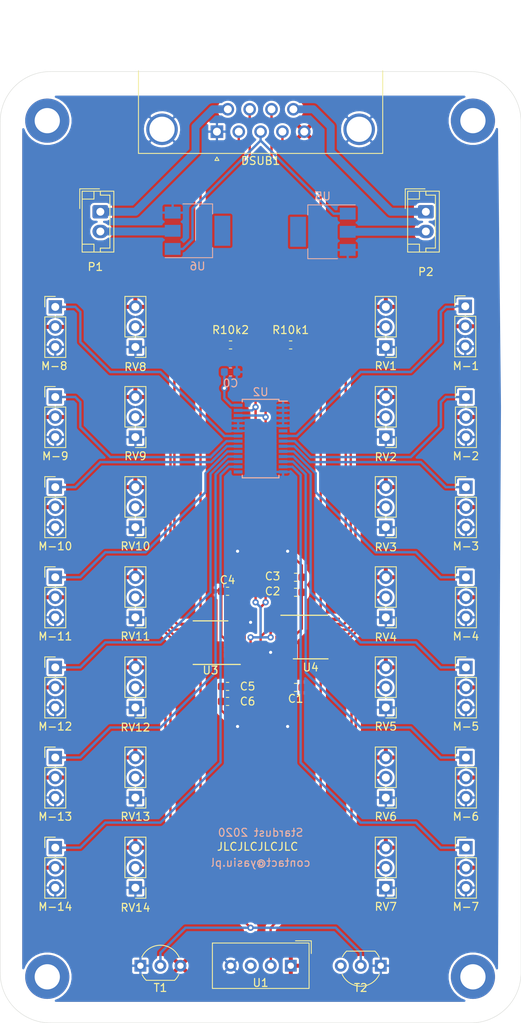
<source format=kicad_pcb>
(kicad_pcb (version 20171130) (host pcbnew 5.1.5)
  (title_block (title "Mechanical Compartment PCB") (date "27 April 2020") (rev 1.0) (company "Stardust BEXUS"))
  (layers (0 F.Cu signal) (31 B.Cu signal) (34 B.Paste user) (35 F.Paste user) (36 B.SilkS user) (37 F.SilkS user) (38 B.Mask user) (39 F.Mask user) (44 Edge.Cuts user))
  (net 0 "")
  (net 1 +5V)
  (net 2 GND)
  (net 3 I2C-SDA)
  (net 4 I2C-SCL)
  (net 5 1Wire)
  (net 6 DHT22)
  (net 7 "Net-(M-1-Pad1)")
  (net 8 "Net-(M-2-Pad1)")
  (net 9 "Net-(M-3-Pad1)")
  (net 10 "Net-(M-4-Pad1)")
  (net 11 "Net-(M-5-Pad1)")
  (net 12 "Net-(M-6-Pad1)")
  (net 13 "Net-(M-7-Pad1)")
  (net 14 "Net-(M-8-Pad1)")
  (net 15 "Net-(M-9-Pad1)")
  (net 16 "Net-(M-10-Pad1)")
  (net 17 "Net-(M-11-Pad1)")
  (net 18 "Net-(M-12-Pad1)")
  (net 19 "Net-(M-13-Pad1)")
  (net 20 "Net-(M-14-Pad1)")
  (net 21 "Net-(RV1-Pad2)")
  (net 22 "Net-(RV2-Pad2)")
  (net 23 "Net-(RV3-Pad2)")
  (net 24 "Net-(RV4-Pad2)")
  (net 25 "Net-(RV5-Pad2)")
  (net 26 "Net-(RV6-Pad2)")
  (net 27 "Net-(RV7-Pad2)")
  (net 28 "Net-(RV8-Pad2)")
  (net 29 "Net-(RV9-Pad2)")
  (net 30 "Net-(RV10-Pad2)")
  (net 31 "Net-(RV11-Pad2)")
  (net 32 "Net-(RV12-Pad2)")
  (net 33 "Net-(RV13-Pad2)")
  (net 34 "Net-(RV14-Pad2)")
  (net 35 +12V)
  (net 36 Pump)
  (net 37 "Net-(P1-Pad2)")
  (net 38 "Net-(P2-Pad2)")
  (net 39 "Net-(T2-Pad3)")
  (net 40 "Net-(U1-Pad3)")
  (net 41 "Net-(U2-Pad15)")
  (net 42 "Net-(U2-Pad6)")
  (net 43 "Net-(U3-Pad6)")
  (net 44 "Net-(U3-Pad16)")
  (net 45 "Net-(U4-Pad6)")
  (net 46 "Net-(U4-Pad16)")
  (module Package_TO_SOT_SMD:SOT-223 (layer B.Cu) (at 109.499 115.57 180)
    (fp_text reference U5 (at 0 4.5) (layer B.SilkS) (effects (justify mirror)))
    (fp_text value IRFL210)
    (pad 1 smd rect (at -3.15 2.3 180) (size 2 1.5) (layers B.Cu B.Paste B.Mask) (net 36 Pump))
    (pad 3 smd rect (at -3.15 -2.3 180) (size 2 1.5) (layers B.Cu B.Paste B.Mask) (net 2 GND))
    (pad 2 smd rect (at -3.15 0 180) (size 2 1.5) (layers B.Cu B.Paste B.Mask) (net 38 "Net-(P2-Pad2)"))
    (pad 4 smd rect (at 3.15 0 180) (size 2 3.8) (layers B.Cu B.Paste B.Mask))
  )
  (module Package_TO_SOT_SMD:SOT-223 (layer B.Cu) (at 93.599 115.443)
    (fp_text reference U6 (at 0 4.5) (layer B.SilkS) (effects (justify mirror)))
    (fp_text value IRFL210)
    (pad 1 smd rect (at -3.15 2.3) (size 2 1.5) (layers B.Cu B.Paste B.Mask) (net 36 Pump))
    (pad 3 smd rect (at -3.15 -2.3) (size 2 1.5) (layers B.Cu B.Paste B.Mask) (net 2 GND))
    (pad 2 smd rect (at -3.15 0) (size 2 1.5) (layers B.Cu B.Paste B.Mask) (net 37 "Net-(P1-Pad2)"))
    (pad 4 smd rect (at 3.15 0) (size 2 3.8) (layers B.Cu B.Paste B.Mask))
  )
  (module MountingHole:MountingHole_3.2mm_M3_DIN965_Pad (layer F.Cu) (at 74.549 101.473)
    (fp_text reference " " (at 0 -3.8) (layer F.SilkS))
    (fp_text value MountingHole_3.2mm_M3_DIN965_Pad hide)
    (pad 1 thru_hole circle (at 0 0) (size 5.6 5.6) (drill 3.2) (layers *.Cu *.Mask))
  )
  (module MountingHole:MountingHole_3.2mm_M3_DIN965_Pad (layer F.Cu) (at 74.549 210.058)
    (fp_text reference " " (at 0 -3.8) (layer F.SilkS))
    (fp_text value MountingHole_3.2mm_M3_DIN965_Pad hide)
    (pad 1 thru_hole circle (at 0 0) (size 5.6 5.6) (drill 3.2) (layers *.Cu *.Mask))
  )
  (module MountingHole:MountingHole_3.2mm_M3_DIN965_Pad (layer F.Cu) (at 128.524 210.058)
    (fp_text reference " " (at 0 -3.8) (layer F.SilkS))
    (fp_text value MountingHole_3.2mm_M3_DIN965_Pad hide)
    (pad 1 thru_hole circle (at 0 0) (size 5.6 5.6) (drill 3.2) (layers *.Cu *.Mask))
  )
  (module MountingHole:MountingHole_3.2mm_M3_DIN965_Pad (layer F.Cu) (at 128.524 101.473)
    (fp_text reference " " (at 0 -3.8) (layer F.SilkS))
    (fp_text value MountingHole_3.2mm_M3_DIN965_Pad hide)
    (pad 1 thru_hole circle (at 0 0) (size 5.6 5.6) (drill 3.2) (layers *.Cu *.Mask))
  )
  (module Resistor_SMD:R_0603_1608Metric (layer F.Cu) (at 97.409 161.163)
    (fp_text reference C4 (at 0 -1.43) (layer F.SilkS))
    (fp_text value C100nF)
    (pad 2 smd roundrect (at 0.7875 0) (size 0.875 0.95) (layers F.Cu F.Paste F.Mask) (net 2 GND))
    (pad 1 smd roundrect (at -0.7875 0) (size 0.875 0.95) (layers F.Cu F.Paste F.Mask) (net 1 +5V))
  )
  (module Resistor_SMD:R_0603_1608Metric (layer F.Cu) (at 106.045 173.355 180)
    (fp_text reference C1 (at 0 -1.43) (layer F.SilkS))
    (fp_text value C100nF)
    (pad 2 smd roundrect (at 0.7875 0 180) (size 0.875 0.95) (layers F.Cu F.Paste F.Mask) (net 2 GND))
    (pad 1 smd roundrect (at -0.7875 0 180) (size 0.875 0.95) (layers F.Cu F.Paste F.Mask) (net 1 +5V))
  )
  (module Resistor_SMD:R_0603_1608Metric (layer F.Cu) (at 106.045 161.29)
    (fp_text reference C2 (at -2.921 -0.127) (layer F.SilkS))
    (fp_text value 10nF)
    (pad 1 smd roundrect (at -0.7875 0) (size 0.875 0.95) (layers F.Cu F.Paste F.Mask) (net 1 +5V))
    (pad 2 smd roundrect (at 0.7875 0) (size 0.875 0.95) (layers F.Cu F.Paste F.Mask) (net 2 GND))
  )
  (module Resistor_SMD:R_0603_1608Metric (layer F.Cu) (at 106.045 159.385)
    (fp_text reference C3 (at -2.921 -0.127) (layer F.SilkS))
    (fp_text value 100nF)
    (pad 1 smd roundrect (at -0.7875 0) (size 0.875 0.95) (layers F.Cu F.Paste F.Mask) (net 1 +5V))
    (pad 2 smd roundrect (at 0.7875 0) (size 0.875 0.95) (layers F.Cu F.Paste F.Mask) (net 2 GND))
  )
  (module Resistor_SMD:R_0603_1608Metric (layer F.Cu) (at 97.409 175.133 180)
    (fp_text reference C6 (at -2.54 0) (layer F.SilkS))
    (fp_text value C100nF)
    (pad 2 smd roundrect (at 0.7875 0 180) (size 0.875 0.95) (layers F.Cu F.Paste F.Mask) (net 2 GND))
    (pad 1 smd roundrect (at -0.7875 0 180) (size 0.875 0.95) (layers F.Cu F.Paste F.Mask) (net 1 +5V))
  )
  (module Resistor_SMD:R_0603_1608Metric (layer F.Cu) (at 97.409 173.228 180)
    (fp_text reference C5 (at -2.54 0 180) (layer F.SilkS))
    (fp_text value C10nF)
    (pad 2 smd roundrect (at 0.7875 0 180) (size 0.875 0.95) (layers F.Cu F.Paste F.Mask) (net 2 GND))
    (pad 1 smd roundrect (at -0.7875 0 180) (size 0.875 0.95) (layers F.Cu F.Paste F.Mask) (net 1 +5V))
  )
  (module Resistor_SMD:R_0603_1608Metric (layer B.Cu) (at 97.79 133.35)
    (fp_text reference C0 (at 0 1.43) (layer B.SilkS) (effects (justify mirror)))
    (fp_text value C100nF)
    (pad 1 smd roundrect (at -0.7875 0) (size 0.875 0.95) (layers B.Cu B.Paste B.Mask) (net 1 +5V))
    (pad 2 smd roundrect (at 0.7875 0) (size 0.875 0.95) (layers B.Cu B.Paste B.Mask) (net 2 GND))
  )
  (module Package_SO:TSSOP-16_4.4x5mm_P0.65mm (layer F.Cu) (at 107.95 167.005)
    (fp_text reference U4 (at 0 3.81) (layer F.SilkS))
    (fp_text value ADC128D818)
    (pad 1 smd rect (at -2.95 -2.275) (size 1.5 0.45) (layers F.Cu F.Paste F.Mask) (net 1 +5V))
    (pad 2 smd rect (at -2.95 -1.625) (size 1.5 0.45) (layers F.Cu F.Paste F.Mask) (net 4 I2C-SCL))
    (pad 3 smd rect (at -2.95 -0.975) (size 1.5 0.45) (layers F.Cu F.Paste F.Mask) (net 3 I2C-SDA))
    (pad 4 smd rect (at -2.95 -0.325) (size 1.5 0.45) (layers F.Cu F.Paste F.Mask) (net 2 GND))
    (pad 5 smd rect (at -2.95 0.325) (size 1.5 0.45) (layers F.Cu F.Paste F.Mask) (net 1 +5V))
    (pad 6 smd rect (at -2.95 0.975) (size 1.5 0.45) (layers F.Cu F.Paste F.Mask) (net 45 "Net-(U4-Pad6)"))
    (pad 7 smd rect (at -2.95 1.625) (size 1.5 0.45) (layers F.Cu F.Paste F.Mask) (net 1 +5V))
    (pad 8 smd rect (at -2.95 2.275) (size 1.5 0.45) (layers F.Cu F.Paste F.Mask) (net 1 +5V))
    (pad 9 smd rect (at 2.95 2.275) (size 1.5 0.45) (layers F.Cu F.Paste F.Mask) (net 27 "Net-(RV7-Pad2)"))
    (pad 10 smd rect (at 2.95 1.625) (size 1.5 0.45) (layers F.Cu F.Paste F.Mask) (net 26 "Net-(RV6-Pad2)"))
    (pad 11 smd rect (at 2.95 0.975) (size 1.5 0.45) (layers F.Cu F.Paste F.Mask) (net 25 "Net-(RV5-Pad2)"))
    (pad 12 smd rect (at 2.95 0.325) (size 1.5 0.45) (layers F.Cu F.Paste F.Mask) (net 24 "Net-(RV4-Pad2)"))
    (pad 13 smd rect (at 2.95 -0.325) (size 1.5 0.45) (layers F.Cu F.Paste F.Mask) (net 23 "Net-(RV3-Pad2)"))
    (pad 14 smd rect (at 2.95 -0.975) (size 1.5 0.45) (layers F.Cu F.Paste F.Mask) (net 22 "Net-(RV2-Pad2)"))
    (pad 15 smd rect (at 2.95 -1.625) (size 1.5 0.45) (layers F.Cu F.Paste F.Mask) (net 21 "Net-(RV1-Pad2)"))
    (pad 16 smd rect (at 2.95 -2.275) (size 1.5 0.45) (layers F.Cu F.Paste F.Mask) (net 46 "Net-(U4-Pad16)"))
  )
  (module Package_SO:TSSOP-16_4.4x5mm_P0.65mm (layer F.Cu) (at 95.25 167.64 180)
    (fp_text reference U3 (at 0 -3.55) (layer F.SilkS))
    (fp_text value ADC128D818)
    (pad 1 smd rect (at -2.95 -2.275 180) (size 1.5 0.45) (layers F.Cu F.Paste F.Mask) (net 1 +5V))
    (pad 2 smd rect (at -2.95 -1.625 180) (size 1.5 0.45) (layers F.Cu F.Paste F.Mask) (net 4 I2C-SCL))
    (pad 3 smd rect (at -2.95 -0.975 180) (size 1.5 0.45) (layers F.Cu F.Paste F.Mask) (net 3 I2C-SDA))
    (pad 4 smd rect (at -2.95 -0.325 180) (size 1.5 0.45) (layers F.Cu F.Paste F.Mask) (net 2 GND))
    (pad 5 smd rect (at -2.95 0.325 180) (size 1.5 0.45) (layers F.Cu F.Paste F.Mask) (net 1 +5V))
    (pad 6 smd rect (at -2.95 0.975 180) (size 1.5 0.45) (layers F.Cu F.Paste F.Mask) (net 43 "Net-(U3-Pad6)"))
    (pad 7 smd rect (at -2.95 1.625 180) (size 1.5 0.45) (layers F.Cu F.Paste F.Mask) (net 2 GND))
    (pad 8 smd rect (at -2.95 2.275 180) (size 1.5 0.45) (layers F.Cu F.Paste F.Mask) (net 2 GND))
    (pad 9 smd rect (at 2.95 2.275 180) (size 1.5 0.45) (layers F.Cu F.Paste F.Mask) (net 28 "Net-(RV8-Pad2)"))
    (pad 10 smd rect (at 2.95 1.625 180) (size 1.5 0.45) (layers F.Cu F.Paste F.Mask) (net 29 "Net-(RV9-Pad2)"))
    (pad 11 smd rect (at 2.95 0.975 180) (size 1.5 0.45) (layers F.Cu F.Paste F.Mask) (net 30 "Net-(RV10-Pad2)"))
    (pad 12 smd rect (at 2.95 0.325 180) (size 1.5 0.45) (layers F.Cu F.Paste F.Mask) (net 31 "Net-(RV11-Pad2)"))
    (pad 13 smd rect (at 2.95 -0.325 180) (size 1.5 0.45) (layers F.Cu F.Paste F.Mask) (net 32 "Net-(RV12-Pad2)"))
    (pad 14 smd rect (at 2.95 -0.975 180) (size 1.5 0.45) (layers F.Cu F.Paste F.Mask) (net 33 "Net-(RV13-Pad2)"))
    (pad 15 smd rect (at 2.95 -1.625 180) (size 1.5 0.45) (layers F.Cu F.Paste F.Mask) (net 34 "Net-(RV14-Pad2)"))
    (pad 16 smd rect (at 2.95 -2.275 180) (size 1.5 0.45) (layers F.Cu F.Paste F.Mask) (net 44 "Net-(U3-Pad16)"))
  )
  (module Connector_PinHeader_2.54mm:PinHeader_1x03_P2.54mm_Vertical (layer F.Cu) (at 117.475 198.755 180)
    (fp_text reference RV7 (at 0 -2.413) (layer F.SilkS))
    (fp_text value R_POT)
    (pad 3 thru_hole oval (at 0 5.08 180) (size 1.7 1.7) (drill 1) (layers *.Cu *.Mask) (net 1 +5V))
    (pad 2 thru_hole oval (at 0 2.54 180) (size 1.7 1.7) (drill 1) (layers *.Cu *.Mask) (net 27 "Net-(RV7-Pad2)"))
    (pad 1 thru_hole rect (at 0 0 180) (size 1.7 1.7) (drill 1) (layers *.Cu *.Mask) (net 2 GND))
  )
  (module Connector_PinHeader_2.54mm:PinHeader_1x03_P2.54mm_Vertical (layer F.Cu) (at 117.475 187.325 180)
    (fp_text reference RV6 (at 0 -2.413) (layer F.SilkS))
    (fp_text value R_POT)
    (pad 3 thru_hole oval (at 0 5.08 180) (size 1.7 1.7) (drill 1) (layers *.Cu *.Mask) (net 1 +5V))
    (pad 2 thru_hole oval (at 0 2.54 180) (size 1.7 1.7) (drill 1) (layers *.Cu *.Mask) (net 26 "Net-(RV6-Pad2)"))
    (pad 1 thru_hole rect (at 0 0 180) (size 1.7 1.7) (drill 1) (layers *.Cu *.Mask) (net 2 GND))
  )
  (module Connector_PinHeader_2.54mm:PinHeader_1x03_P2.54mm_Vertical (layer F.Cu) (at 117.475 175.895 180)
    (fp_text reference RV5 (at 0 -2.413) (layer F.SilkS))
    (fp_text value R_POT)
    (pad 3 thru_hole oval (at 0 5.08 180) (size 1.7 1.7) (drill 1) (layers *.Cu *.Mask) (net 1 +5V))
    (pad 2 thru_hole oval (at 0 2.54 180) (size 1.7 1.7) (drill 1) (layers *.Cu *.Mask) (net 25 "Net-(RV5-Pad2)"))
    (pad 1 thru_hole rect (at 0 0 180) (size 1.7 1.7) (drill 1) (layers *.Cu *.Mask) (net 2 GND))
  )
  (module Connector_PinHeader_2.54mm:PinHeader_1x03_P2.54mm_Vertical (layer F.Cu) (at 117.475 164.465 180)
    (fp_text reference RV4 (at 0 -2.54) (layer F.SilkS))
    (fp_text value R_POT)
    (pad 3 thru_hole oval (at 0 5.08 180) (size 1.7 1.7) (drill 1) (layers *.Cu *.Mask) (net 1 +5V))
    (pad 2 thru_hole oval (at 0 2.54 180) (size 1.7 1.7) (drill 1) (layers *.Cu *.Mask) (net 24 "Net-(RV4-Pad2)"))
    (pad 1 thru_hole rect (at 0 0 180) (size 1.7 1.7) (drill 1) (layers *.Cu *.Mask) (net 2 GND))
  )
  (module Connector_PinHeader_2.54mm:PinHeader_1x03_P2.54mm_Vertical (layer F.Cu) (at 117.475 153.035 180)
    (fp_text reference RV3 (at 0 -2.54) (layer F.SilkS))
    (fp_text value R_POT)
    (pad 3 thru_hole oval (at 0 5.08 180) (size 1.7 1.7) (drill 1) (layers *.Cu *.Mask) (net 1 +5V))
    (pad 2 thru_hole oval (at 0 2.54 180) (size 1.7 1.7) (drill 1) (layers *.Cu *.Mask) (net 23 "Net-(RV3-Pad2)"))
    (pad 1 thru_hole rect (at 0 0 180) (size 1.7 1.7) (drill 1) (layers *.Cu *.Mask) (net 2 GND))
  )
  (module Connector_PinHeader_2.54mm:PinHeader_1x03_P2.54mm_Vertical (layer F.Cu) (at 117.475 141.605 180)
    (fp_text reference RV2 (at 0 -2.54) (layer F.SilkS))
    (fp_text value R_POT)
    (pad 3 thru_hole oval (at 0 5.08 180) (size 1.7 1.7) (drill 1) (layers *.Cu *.Mask) (net 1 +5V))
    (pad 2 thru_hole oval (at 0 2.54 180) (size 1.7 1.7) (drill 1) (layers *.Cu *.Mask) (net 22 "Net-(RV2-Pad2)"))
    (pad 1 thru_hole rect (at 0 0 180) (size 1.7 1.7) (drill 1) (layers *.Cu *.Mask) (net 2 GND))
  )
  (module Connector_PinHeader_2.54mm:PinHeader_1x03_P2.54mm_Vertical (layer F.Cu) (at 117.475 130.175 180)
    (fp_text reference RV1 (at 0 -2.413) (layer F.SilkS))
    (fp_text value R_POT)
    (pad 1 thru_hole rect (at 0 0 180) (size 1.7 1.7) (drill 1) (layers *.Cu *.Mask) (net 2 GND))
    (pad 2 thru_hole oval (at 0 2.54 180) (size 1.7 1.7) (drill 1) (layers *.Cu *.Mask) (net 21 "Net-(RV1-Pad2)"))
    (pad 3 thru_hole oval (at 0 5.08 180) (size 1.7 1.7) (drill 1) (layers *.Cu *.Mask) (net 1 +5V))
  )
  (module Resistor_SMD:R_0603_1608Metric (layer F.Cu) (at 97.79 129.921)
    (fp_text reference R10k2 (at 0 -1.905) (layer F.SilkS))
    (fp_text value R)
    (pad 2 smd roundrect (at 0.7875 0) (size 0.875 0.95) (layers F.Cu F.Paste F.Mask) (net 3 I2C-SDA))
    (pad 1 smd roundrect (at -0.7875 0) (size 0.875 0.95) (layers F.Cu F.Paste F.Mask) (net 1 +5V))
  )
  (module Resistor_SMD:R_0603_1608Metric (layer F.Cu) (at 105.41 129.921 180)
    (fp_text reference R10k1 (at 0 1.905) (layer F.SilkS))
    (fp_text value R)
    (pad 2 smd roundrect (at 0.7875 0 180) (size 0.875 0.95) (layers F.Cu F.Paste F.Mask) (net 4 I2C-SCL))
    (pad 1 smd roundrect (at -0.7875 0 180) (size 0.875 0.95) (layers F.Cu F.Paste F.Mask) (net 1 +5V))
  )
  (module Connector_JST:JST_EH_B2B-EH-A_1x02_P2.50mm_Vertical (layer F.Cu) (at 122.555 113.03 270)
    (fp_text reference P2 (at 7.62 0) (layer F.SilkS))
    (fp_text value Pump_Motor_DC)
    (pad 1 thru_hole roundrect (at 0 0 270) (size 1.7 2) (drill 1) (layers *.Cu *.Mask) (roundrect_rratio 0.147059) (net 35 +12V))
    (pad 2 thru_hole oval (at 2.5 0 270) (size 1.7 2) (drill 1) (layers *.Cu *.Mask) (net 38 "Net-(P2-Pad2)"))
  )
  (module Package_TO_SOT_THT:TO-92_Inline_Wide (layer F.Cu) (at 116.84 208.6525 180)
    (fp_text reference T2 (at 2.54 -2.8025 180) (layer F.SilkS))
    (fp_text value DS18B20)
    (pad 2 thru_hole circle (at 2.54 0 270) (size 1.5 1.5) (drill 0.8) (layers *.Cu *.Mask) (net 5 1Wire))
    (pad 3 thru_hole circle (at 5.08 0 270) (size 1.5 1.5) (drill 0.8) (layers *.Cu *.Mask) (net 39 "Net-(T2-Pad3)"))
    (pad 1 thru_hole rect (at 0 0 270) (size 1.5 1.5) (drill 0.8) (layers *.Cu *.Mask) (net 2 GND))
  )
  (module Connector_PinHeader_2.54mm:PinHeader_1x03_P2.54mm_Vertical (layer F.Cu) (at 75.565 182.245)
    (fp_text reference M-13 (at 0 7.493) (layer F.SilkS))
    (fp_text value Motor_Servo_Hitec)
    (pad 3 thru_hole oval (at 0 5.08) (size 1.7 1.7) (drill 1) (layers *.Cu *.Mask) (net 2 GND))
    (pad 2 thru_hole oval (at 0 2.54) (size 1.7 1.7) (drill 1) (layers *.Cu *.Mask) (net 1 +5V))
    (pad 1 thru_hole rect (at 0 0) (size 1.7 1.7) (drill 1) (layers *.Cu *.Mask) (net 19 "Net-(M-13-Pad1)"))
  )
  (module Connector_JST:JST_EH_B2B-EH-A_1x02_P2.50mm_Vertical (layer F.Cu) (at 81.28 113.03 270)
    (fp_text reference P1 (at 6.985 0.635) (layer F.SilkS))
    (fp_text value Pump_Motor_DC)
    (pad 1 thru_hole roundrect (at 0 0 270) (size 1.7 2) (drill 1) (layers *.Cu *.Mask) (roundrect_rratio 0.147059) (net 35 +12V))
    (pad 2 thru_hole oval (at 2.5 0 270) (size 1.7 2) (drill 1) (layers *.Cu *.Mask) (net 37 "Net-(P1-Pad2)"))
  )
  (module Connector_PinHeader_2.54mm:PinHeader_1x03_P2.54mm_Vertical (layer F.Cu) (at 75.565 125.095)
    (fp_text reference M-8 (at -0.127 7.493) (layer F.SilkS))
    (fp_text value Motor_Servo_Hitec)
    (pad 3 thru_hole oval (at 0 5.08) (size 1.7 1.7) (drill 1) (layers *.Cu *.Mask) (net 2 GND))
    (pad 2 thru_hole oval (at 0 2.54) (size 1.7 1.7) (drill 1) (layers *.Cu *.Mask) (net 1 +5V))
    (pad 1 thru_hole rect (at 0 0) (size 1.7 1.7) (drill 1) (layers *.Cu *.Mask) (net 14 "Net-(M-8-Pad1)"))
  )
  (module Connector_PinHeader_2.54mm:PinHeader_1x03_P2.54mm_Vertical (layer F.Cu) (at 75.565 170.815)
    (fp_text reference M-12 (at 0 7.493) (layer F.SilkS))
    (fp_text value Motor_Servo_Hitec)
    (pad 3 thru_hole oval (at 0 5.08) (size 1.7 1.7) (drill 1) (layers *.Cu *.Mask) (net 2 GND))
    (pad 2 thru_hole oval (at 0 2.54) (size 1.7 1.7) (drill 1) (layers *.Cu *.Mask) (net 1 +5V))
    (pad 1 thru_hole rect (at 0 0) (size 1.7 1.7) (drill 1) (layers *.Cu *.Mask) (net 18 "Net-(M-12-Pad1)"))
  )
  (module Connector_PinHeader_2.54mm:PinHeader_1x03_P2.54mm_Vertical (layer F.Cu) (at 75.565 136.525)
    (fp_text reference M-9 (at 0 7.493) (layer F.SilkS))
    (fp_text value Motor_Servo_Hitec)
    (pad 3 thru_hole oval (at 0 5.08) (size 1.7 1.7) (drill 1) (layers *.Cu *.Mask) (net 2 GND))
    (pad 2 thru_hole oval (at 0 2.54) (size 1.7 1.7) (drill 1) (layers *.Cu *.Mask) (net 1 +5V))
    (pad 1 thru_hole rect (at 0 0) (size 1.7 1.7) (drill 1) (layers *.Cu *.Mask) (net 15 "Net-(M-9-Pad1)"))
  )
  (module Sensor:Aosong_DHT11_5.5x12.0_P2.54mm (layer F.Cu) (at 105.4275 208.6525 270)
    (fp_text reference U1 (at 2.1675 3.8275) (layer F.SilkS))
    (fp_text value DHT22)
    (pad 1 thru_hole rect (at 0 0 270) (size 1.5 1.5) (drill 0.8) (layers *.Cu *.Mask) (net 1 +5V))
    (pad 2 thru_hole circle (at 0 2.54 270) (size 1.5 1.5) (drill 0.8) (layers *.Cu *.Mask) (net 6 DHT22))
    (pad 3 thru_hole circle (at 0 5.08 270) (size 1.5 1.5) (drill 0.8) (layers *.Cu *.Mask) (net 40 "Net-(U1-Pad3)"))
    (pad 4 thru_hole circle (at 0 7.62 270) (size 1.5 1.5) (drill 0.8) (layers *.Cu *.Mask) (net 2 GND))
  )
  (module Connector_PinHeader_2.54mm:PinHeader_1x03_P2.54mm_Vertical (layer F.Cu) (at 75.565 159.385)
    (fp_text reference M-11 (at 0 7.493) (layer F.SilkS))
    (fp_text value Motor_Servo_Hitec)
    (pad 3 thru_hole oval (at 0 5.08) (size 1.7 1.7) (drill 1) (layers *.Cu *.Mask) (net 2 GND))
    (pad 2 thru_hole oval (at 0 2.54) (size 1.7 1.7) (drill 1) (layers *.Cu *.Mask) (net 1 +5V))
    (pad 1 thru_hole rect (at 0 0) (size 1.7 1.7) (drill 1) (layers *.Cu *.Mask) (net 17 "Net-(M-11-Pad1)"))
  )
  (module Connector_PinHeader_2.54mm:PinHeader_1x03_P2.54mm_Vertical (layer F.Cu) (at 75.565 193.675)
    (fp_text reference M-14 (at 0 7.493) (layer F.SilkS))
    (fp_text value Motor_Servo_Hitec)
    (pad 1 thru_hole rect (at 0 0) (size 1.7 1.7) (drill 1) (layers *.Cu *.Mask) (net 20 "Net-(M-14-Pad1)"))
    (pad 2 thru_hole oval (at 0 2.54) (size 1.7 1.7) (drill 1) (layers *.Cu *.Mask) (net 1 +5V))
    (pad 3 thru_hole oval (at 0 5.08) (size 1.7 1.7) (drill 1) (layers *.Cu *.Mask) (net 2 GND))
  )
  (module Connector_PinHeader_2.54mm:PinHeader_1x03_P2.54mm_Vertical (layer F.Cu) (at 85.725 130.175 180)
    (fp_text reference RV8 (at 0 -2.54) (layer F.SilkS))
    (fp_text value R_POT)
    (pad 3 thru_hole oval (at 0 5.08 180) (size 1.7 1.7) (drill 1) (layers *.Cu *.Mask) (net 1 +5V))
    (pad 2 thru_hole oval (at 0 2.54 180) (size 1.7 1.7) (drill 1) (layers *.Cu *.Mask) (net 28 "Net-(RV8-Pad2)"))
    (pad 1 thru_hole rect (at 0 0 180) (size 1.7 1.7) (drill 1) (layers *.Cu *.Mask) (net 2 GND))
  )
  (module Connector_PinHeader_2.54mm:PinHeader_1x03_P2.54mm_Vertical (layer F.Cu) (at 85.725 141.605 180)
    (fp_text reference RV9 (at 0 -2.413) (layer F.SilkS))
    (fp_text value R_POT)
    (pad 3 thru_hole oval (at 0 5.08 180) (size 1.7 1.7) (drill 1) (layers *.Cu *.Mask) (net 1 +5V))
    (pad 2 thru_hole oval (at 0 2.54 180) (size 1.7 1.7) (drill 1) (layers *.Cu *.Mask) (net 29 "Net-(RV9-Pad2)"))
    (pad 1 thru_hole rect (at 0 0 180) (size 1.7 1.7) (drill 1) (layers *.Cu *.Mask) (net 2 GND))
  )
  (module Connector_PinHeader_2.54mm:PinHeader_1x03_P2.54mm_Vertical (layer F.Cu) (at 75.565 147.955)
    (fp_text reference M-10 (at 0 7.493) (layer F.SilkS))
    (fp_text value Motor_Servo_Hitec)
    (pad 3 thru_hole oval (at 0 5.08) (size 1.7 1.7) (drill 1) (layers *.Cu *.Mask) (net 2 GND))
    (pad 2 thru_hole oval (at 0 2.54) (size 1.7 1.7) (drill 1) (layers *.Cu *.Mask) (net 1 +5V))
    (pad 1 thru_hole rect (at 0 0) (size 1.7 1.7) (drill 1) (layers *.Cu *.Mask) (net 16 "Net-(M-10-Pad1)"))
  )
  (module Package_TO_SOT_THT:TO-92_Inline_Wide (layer F.Cu) (at 86.36 208.6525)
    (fp_text reference T1 (at 2.54 2.8025) (layer F.SilkS))
    (fp_text value DS18B20)
    (pad 1 thru_hole rect (at 0 0 90) (size 1.5 1.5) (drill 0.8) (layers *.Cu *.Mask) (net 2 GND))
    (pad 3 thru_hole circle (at 5.08 0 90) (size 1.5 1.5) (drill 0.8) (layers *.Cu *.Mask) (net 1 +5V))
    (pad 2 thru_hole circle (at 2.54 0 90) (size 1.5 1.5) (drill 0.8) (layers *.Cu *.Mask) (net 5 1Wire))
  )
  (module Connector_PinHeader_2.54mm:PinHeader_1x03_P2.54mm_Vertical (layer F.Cu) (at 85.725 153.035 180)
    (fp_text reference RV10 (at 0 -2.413) (layer F.SilkS))
    (fp_text value R_POT)
    (pad 3 thru_hole oval (at 0 5.08 180) (size 1.7 1.7) (drill 1) (layers *.Cu *.Mask) (net 1 +5V))
    (pad 2 thru_hole oval (at 0 2.54 180) (size 1.7 1.7) (drill 1) (layers *.Cu *.Mask) (net 30 "Net-(RV10-Pad2)"))
    (pad 1 thru_hole rect (at 0 0 180) (size 1.7 1.7) (drill 1) (layers *.Cu *.Mask) (net 2 GND))
  )
  (module Connector_PinHeader_2.54mm:PinHeader_1x03_P2.54mm_Vertical (layer F.Cu) (at 85.725 175.895 180)
    (fp_text reference RV12 (at 0 -2.54) (layer F.SilkS))
    (fp_text value R_POT)
    (pad 3 thru_hole oval (at 0 5.08 180) (size 1.7 1.7) (drill 1) (layers *.Cu *.Mask) (net 1 +5V))
    (pad 2 thru_hole oval (at 0 2.54 180) (size 1.7 1.7) (drill 1) (layers *.Cu *.Mask) (net 32 "Net-(RV12-Pad2)"))
    (pad 1 thru_hole rect (at 0 0 180) (size 1.7 1.7) (drill 1) (layers *.Cu *.Mask) (net 2 GND))
  )
  (module Connector_PinHeader_2.54mm:PinHeader_1x03_P2.54mm_Vertical (layer F.Cu) (at 85.725 164.465 180)
    (fp_text reference RV11 (at 0 -2.413) (layer F.SilkS))
    (fp_text value R_POT)
    (pad 3 thru_hole oval (at 0 5.08 180) (size 1.7 1.7) (drill 1) (layers *.Cu *.Mask) (net 1 +5V))
    (pad 2 thru_hole oval (at 0 2.54 180) (size 1.7 1.7) (drill 1) (layers *.Cu *.Mask) (net 31 "Net-(RV11-Pad2)"))
    (pad 1 thru_hole rect (at 0 0 180) (size 1.7 1.7) (drill 1) (layers *.Cu *.Mask) (net 2 GND))
  )
  (module Connector_PinHeader_2.54mm:PinHeader_1x03_P2.54mm_Vertical (layer F.Cu) (at 85.725 187.325 180)
    (fp_text reference RV13 (at 0 -2.413) (layer F.SilkS))
    (fp_text value R_POT)
    (pad 3 thru_hole oval (at 0 5.08 180) (size 1.7 1.7) (drill 1) (layers *.Cu *.Mask) (net 1 +5V))
    (pad 2 thru_hole oval (at 0 2.54 180) (size 1.7 1.7) (drill 1) (layers *.Cu *.Mask) (net 33 "Net-(RV13-Pad2)"))
    (pad 1 thru_hole rect (at 0 0 180) (size 1.7 1.7) (drill 1) (layers *.Cu *.Mask) (net 2 GND))
  )
  (module Connector_PinHeader_2.54mm:PinHeader_1x03_P2.54mm_Vertical (layer F.Cu) (at 85.725 198.755 180)
    (fp_text reference RV14 (at 0 -2.54) (layer F.SilkS))
    (fp_text value R_POT)
    (pad 1 thru_hole rect (at 0 0 180) (size 1.7 1.7) (drill 1) (layers *.Cu *.Mask) (net 2 GND))
    (pad 2 thru_hole oval (at 0 2.54 180) (size 1.7 1.7) (drill 1) (layers *.Cu *.Mask) (net 34 "Net-(RV14-Pad2)"))
    (pad 3 thru_hole oval (at 0 5.08 180) (size 1.7 1.7) (drill 1) (layers *.Cu *.Mask) (net 1 +5V))
  )
  (module Connector_PinHeader_2.54mm:PinHeader_1x03_P2.54mm_Vertical (layer F.Cu) (at 127.555001 125.015001)
    (fp_text reference M-1 (at 0.079999 7.572999) (layer F.SilkS))
    (fp_text value Motor_Servo_Hitec)
    (pad 3 thru_hole oval (at 0 5.08) (size 1.7 1.7) (drill 1) (layers *.Cu *.Mask) (net 2 GND))
    (pad 2 thru_hole oval (at 0 2.54) (size 1.7 1.7) (drill 1) (layers *.Cu *.Mask) (net 1 +5V))
    (pad 1 thru_hole rect (at 0 0) (size 1.7 1.7) (drill 1) (layers *.Cu *.Mask) (net 7 "Net-(M-1-Pad1)"))
  )
  (module Connector_PinHeader_2.54mm:PinHeader_1x03_P2.54mm_Vertical (layer F.Cu) (at 127.635 182.245)
    (fp_text reference M-6 (at 0 7.493) (layer F.SilkS))
    (fp_text value Motor_Servo_Hitec)
    (pad 3 thru_hole oval (at 0 5.08) (size 1.7 1.7) (drill 1) (layers *.Cu *.Mask) (net 2 GND))
    (pad 2 thru_hole oval (at 0 2.54) (size 1.7 1.7) (drill 1) (layers *.Cu *.Mask) (net 1 +5V))
    (pad 1 thru_hole rect (at 0 0) (size 1.7 1.7) (drill 1) (layers *.Cu *.Mask) (net 12 "Net-(M-6-Pad1)"))
  )
  (module Connector_PinHeader_2.54mm:PinHeader_1x03_P2.54mm_Vertical (layer F.Cu) (at 127.635 193.675)
    (fp_text reference M-7 (at 0 7.493) (layer F.SilkS))
    (fp_text value Motor_Servo_Hitec)
    (pad 1 thru_hole rect (at 0 0) (size 1.7 1.7) (drill 1) (layers *.Cu *.Mask) (net 13 "Net-(M-7-Pad1)"))
    (pad 2 thru_hole oval (at 0 2.54) (size 1.7 1.7) (drill 1) (layers *.Cu *.Mask) (net 1 +5V))
    (pad 3 thru_hole oval (at 0 5.08) (size 1.7 1.7) (drill 1) (layers *.Cu *.Mask) (net 2 GND))
  )
  (module Connector_PinHeader_2.54mm:PinHeader_1x03_P2.54mm_Vertical (layer F.Cu) (at 127.635 170.815)
    (fp_text reference M-5 (at 0 7.493) (layer F.SilkS))
    (fp_text value Motor_Servo_Hitec)
    (pad 3 thru_hole oval (at 0 5.08) (size 1.7 1.7) (drill 1) (layers *.Cu *.Mask) (net 2 GND))
    (pad 2 thru_hole oval (at 0 2.54) (size 1.7 1.7) (drill 1) (layers *.Cu *.Mask) (net 1 +5V))
    (pad 1 thru_hole rect (at 0 0) (size 1.7 1.7) (drill 1) (layers *.Cu *.Mask) (net 11 "Net-(M-5-Pad1)"))
  )
  (module Connector_PinHeader_2.54mm:PinHeader_1x03_P2.54mm_Vertical (layer F.Cu) (at 127.635 136.525)
    (fp_text reference M-2 (at 0 7.493) (layer F.SilkS))
    (fp_text value Motor_Servo_Hitec)
    (pad 3 thru_hole oval (at 0 5.08) (size 1.7 1.7) (drill 1) (layers *.Cu *.Mask) (net 2 GND))
    (pad 2 thru_hole oval (at 0 2.54) (size 1.7 1.7) (drill 1) (layers *.Cu *.Mask) (net 1 +5V))
    (pad 1 thru_hole rect (at 0 0) (size 1.7 1.7) (drill 1) (layers *.Cu *.Mask) (net 8 "Net-(M-2-Pad1)"))
  )
  (module Connector_PinHeader_2.54mm:PinHeader_1x03_P2.54mm_Vertical (layer F.Cu) (at 127.635 147.955)
    (fp_text reference M-3 (at 0 7.493) (layer F.SilkS))
    (fp_text value Motor_Servo_Hitec)
    (pad 3 thru_hole oval (at 0 5.08) (size 1.7 1.7) (drill 1) (layers *.Cu *.Mask) (net 2 GND))
    (pad 2 thru_hole oval (at 0 2.54) (size 1.7 1.7) (drill 1) (layers *.Cu *.Mask) (net 1 +5V))
    (pad 1 thru_hole rect (at 0 0) (size 1.7 1.7) (drill 1) (layers *.Cu *.Mask) (net 9 "Net-(M-3-Pad1)"))
  )
  (module Connector_PinHeader_2.54mm:PinHeader_1x03_P2.54mm_Vertical (layer F.Cu) (at 127.635 159.385)
    (fp_text reference M-4 (at 0 7.493) (layer F.SilkS))
    (fp_text value Motor_Servo_Hitec)
    (pad 3 thru_hole oval (at 0 5.08) (size 1.7 1.7) (drill 1) (layers *.Cu *.Mask) (net 2 GND))
    (pad 2 thru_hole oval (at 0 2.54) (size 1.7 1.7) (drill 1) (layers *.Cu *.Mask) (net 1 +5V))
    (pad 1 thru_hole rect (at 0 0) (size 1.7 1.7) (drill 1) (layers *.Cu *.Mask) (net 10 "Net-(M-4-Pad1)"))
  )
  (module Package_SO:TSSOP-28_4.4x9.7mm_P0.65mm (layer B.Cu) (at 101.6 141.7955 180)
    (fp_text reference U2 (at 0 5.9) (layer B.SilkS) (effects (justify mirror)))
    (fp_text value PCA9685PW)
    (pad 28 smd rect (at 2.85 4.225 180) (size 1.1 0.4) (layers B.Cu B.Paste B.Mask) (net 1 +5V))
    (pad 27 smd rect (at 2.85 3.575 180) (size 1.1 0.4) (layers B.Cu B.Paste B.Mask) (net 3 I2C-SDA))
    (pad 26 smd rect (at 2.85 2.925 180) (size 1.1 0.4) (layers B.Cu B.Paste B.Mask) (net 4 I2C-SCL))
    (pad 25 smd rect (at 2.85 2.275 180) (size 1.1 0.4) (layers B.Cu B.Paste B.Mask) (net 2 GND))
    (pad 24 smd rect (at 2.85 1.625 180) (size 1.1 0.4) (layers B.Cu B.Paste B.Mask) (net 2 GND))
    (pad 23 smd rect (at 2.85 0.975 180) (size 1.1 0.4) (layers B.Cu B.Paste B.Mask) (net 2 GND))
    (pad 22 smd rect (at 2.85 0.325 180) (size 1.1 0.4) (layers B.Cu B.Paste B.Mask) (net 14 "Net-(M-8-Pad1)"))
    (pad 21 smd rect (at 2.85 -0.325 180) (size 1.1 0.4) (layers B.Cu B.Paste B.Mask) (net 15 "Net-(M-9-Pad1)"))
    (pad 20 smd rect (at 2.85 -0.975 180) (size 1.1 0.4) (layers B.Cu B.Paste B.Mask) (net 16 "Net-(M-10-Pad1)"))
    (pad 19 smd rect (at 2.85 -1.625 180) (size 1.1 0.4) (layers B.Cu B.Paste B.Mask) (net 17 "Net-(M-11-Pad1)"))
    (pad 18 smd rect (at 2.85 -2.275 180) (size 1.1 0.4) (layers B.Cu B.Paste B.Mask) (net 18 "Net-(M-12-Pad1)"))
    (pad 17 smd rect (at 2.85 -2.925 180) (size 1.1 0.4) (layers B.Cu B.Paste B.Mask) (net 19 "Net-(M-13-Pad1)"))
    (pad 16 smd rect (at 2.85 -3.575 180) (size 1.1 0.4) (layers B.Cu B.Paste B.Mask) (net 20 "Net-(M-14-Pad1)"))
    (pad 15 smd rect (at 2.85 -4.225 180) (size 1.1 0.4) (layers B.Cu B.Paste B.Mask) (net 41 "Net-(U2-Pad15)"))
    (pad 14 smd rect (at -2.85 -4.225 180) (size 1.1 0.4) (layers B.Cu B.Paste B.Mask) (net 2 GND))
    (pad 13 smd rect (at -2.85 -3.575 180) (size 1.1 0.4) (layers B.Cu B.Paste B.Mask) (net 13 "Net-(M-7-Pad1)"))
    (pad 12 smd rect (at -2.85 -2.925 180) (size 1.1 0.4) (layers B.Cu B.Paste B.Mask) (net 12 "Net-(M-6-Pad1)"))
    (pad 11 smd rect (at -2.85 -2.275 180) (size 1.1 0.4) (layers B.Cu B.Paste B.Mask) (net 11 "Net-(M-5-Pad1)"))
    (pad 10 smd rect (at -2.85 -1.625 180) (size 1.1 0.4) (layers B.Cu B.Paste B.Mask) (net 10 "Net-(M-4-Pad1)"))
    (pad 9 smd rect (at -2.85 -0.975 180) (size 1.1 0.4) (layers B.Cu B.Paste B.Mask) (net 9 "Net-(M-3-Pad1)"))
    (pad 8 smd rect (at -2.85 -0.325 180) (size 1.1 0.4) (layers B.Cu B.Paste B.Mask) (net 8 "Net-(M-2-Pad1)"))
    (pad 7 smd rect (at -2.85 0.325 180) (size 1.1 0.4) (layers B.Cu B.Paste B.Mask) (net 7 "Net-(M-1-Pad1)"))
    (pad 6 smd rect (at -2.85 0.975 180) (size 1.1 0.4) (layers B.Cu B.Paste B.Mask) (net 42 "Net-(U2-Pad6)"))
    (pad 5 smd rect (at -2.85 1.625 180) (size 1.1 0.4) (layers B.Cu B.Paste B.Mask) (net 2 GND))
    (pad 4 smd rect (at -2.85 2.275 180) (size 1.1 0.4) (layers B.Cu B.Paste B.Mask) (net 2 GND))
    (pad 3 smd rect (at -2.85 2.925 180) (size 1.1 0.4) (layers B.Cu B.Paste B.Mask) (net 2 GND))
    (pad 2 smd rect (at -2.85 3.575 180) (size 1.1 0.4) (layers B.Cu B.Paste B.Mask) (net 2 GND))
    (pad 1 smd rect (at -2.85 4.225 180) (size 1.1 0.4) (layers B.Cu B.Paste B.Mask) (net 2 GND))
  )
  (module Connector_Dsub:DSUB-9_Female_Horizontal_P2.77x2.84mm_EdgePinOffset4.94mm_Housed_MountingHolesOffset7.48mm (layer F.Cu) (at 96.06 102.87 180)
    (fp_text reference DSUB1 (at -5.54 -3.7) (layer F.SilkS))
    (fp_text value DB9_Female)
    (pad 0 thru_hole circle (at 6.96 0.3 180) (size 4 4) (drill 3.2) (layers *.Cu *.Mask) (net 2 GND))
    (pad 0 thru_hole circle (at -18.04 0.3 180) (size 4 4) (drill 3.2) (layers *.Cu *.Mask) (net 2 GND))
    (pad 9 thru_hole circle (at -9.695 2.84 180) (size 1.6 1.6) (drill 1) (layers *.Cu *.Mask) (net 35 +12V))
    (pad 8 thru_hole circle (at -6.925 2.84 180) (size 1.6 1.6) (drill 1) (layers *.Cu *.Mask) (net 4 I2C-SCL))
    (pad 7 thru_hole circle (at -4.155 2.84 180) (size 1.6 1.6) (drill 1) (layers *.Cu *.Mask) (net 3 I2C-SDA))
    (pad 6 thru_hole circle (at -1.385 2.84 180) (size 1.6 1.6) (drill 1) (layers *.Cu *.Mask) (net 35 +12V))
    (pad 5 thru_hole circle (at -11.08 0 180) (size 1.6 1.6) (drill 1) (layers *.Cu *.Mask) (net 1 +5V))
    (pad 4 thru_hole circle (at -8.31 0 180) (size 1.6 1.6) (drill 1) (layers *.Cu *.Mask) (net 6 DHT22))
    (pad 3 thru_hole circle (at -5.54 0 180) (size 1.6 1.6) (drill 1) (layers *.Cu *.Mask) (net 36 Pump))
    (pad 2 thru_hole circle (at -2.77 0 180) (size 1.6 1.6) (drill 1) (layers *.Cu *.Mask) (net 5 1Wire))
    (pad 1 thru_hole rect (at 0 0 180) (size 1.6 1.6) (drill 1) (layers *.Cu *.Mask) (net 2 GND))
  )
  (gr_line (start 128.27 95.25) (end 74.93 95.25) (layer Edge.Cuts) (width 0.05))
  (gr_arc (start 74.93 101.6) (end 74.93 95.25) (angle -90) (layer Edge.Cuts) (width 0.05))
  (gr_arc (start 128.27 101.6) (end 134.62 101.6) (angle -90) (layer Edge.Cuts) (width 0.05))
  (gr_line (start 68.58 209.55) (end 68.58 101.6) (layer Edge.Cuts) (width 0.05))
  (gr_line (start 134.62 209.55) (end 134.62 101.6) (layer Edge.Cuts) (width 0.05))
  (gr_line (start 74.93 215.9) (end 128.27 215.9) (layer Edge.Cuts) (width 0.05))
  (gr_arc (start 74.93 209.55) (end 68.58 209.55) (angle -90) (layer Edge.Cuts) (width 0.05))
  (gr_arc (start 128.27 209.55) (end 128.27 215.9) (angle -90) (layer Edge.Cuts) (width 0.05))
  (gr_text "Stardust 2020" (at 101.6 191.77) (layer B.SilkS) (effects (font (size 1 1)) (justify mirror)))
  (gr_text JLCJLCJLCJLC (at 101.219 193.548) (layer F.SilkS) (effects (font (size 1 1))))
  (gr_text contact@yasiu.pl (at 101.6 195.58) (layer B.SilkS) (effects (font (size 1 1)) (justify mirror)))
  (segment (start 128.285 188.527081) (end 128.27 188.542081) (width 0.25) (layer F.Cu) (net 1))
  (segment (start 97.0025 133.825) (end 97.0025 133.35) (width 0.3) (layer B.Cu) (net 1))
  (segment (start 97.0025 136.673) (end 97.0025 135.4075) (width 0.3) (layer B.Cu) (net 1))
  (segment (start 97.9 137.5705) (end 97.0025 136.673) (width 0.3) (layer B.Cu) (net 1))
  (segment (start 98.75 137.5705) (end 97.9 137.5705) (width 0.3) (layer B.Cu) (net 1))
  (segment (start 97.0025 135.4075) (end 97.0025 133.825) (width 0.3) (layer B.Cu) (net 1))
  (via (at 97.0025 135.4075) (size 0.8) (drill 0.4) (layers F.Cu B.Cu) (net 1))
  (segment (start 105.2575 159.385) (end 105.2575 161.29) (width 0.3) (layer F.Cu) (net 1))
  (segment (start 105.2575 164.4725) (end 105 164.73) (width 0.3) (layer F.Cu) (net 1))
  (segment (start 105.2575 161.29) (end 105.283 162.941) (width 0.3) (layer F.Cu) (net 1))
  (segment (start 105.283 162.941) (end 105.2575 164.4725) (width 0.3) (layer F.Cu) (net 1))
  (segment (start 105 168.63) (end 105 169.28) (width 0.5) (layer F.Cu) (net 1))
  (segment (start 105 169.28) (end 105 170.024) (width 0.5) (layer F.Cu) (net 1))
  (segment (start 98.1965 169.9185) (end 98.2 169.915) (width 0.3) (layer F.Cu) (net 1))
  (segment (start 98.1965 175.133) (end 98.1965 169.9185) (width 0.3) (layer F.Cu) (net 1))
  (segment (start 106.8325 172.88) (end 106.8325 173.355) (width 0.3) (layer F.Cu) (net 1))
  (segment (start 105.955002 167.33) (end 106.8325 168.207498) (width 0.3) (layer F.Cu) (net 1))
  (segment (start 106.8325 168.207498) (end 106.8325 172.88) (width 0.3) (layer F.Cu) (net 1))
  (segment (start 105 167.33) (end 105.955002 167.33) (width 0.3) (layer F.Cu) (net 1))
  (segment (start 97.15 167.315) (end 98.2 167.315) (width 0.3) (layer F.Cu) (net 1))
  (segment (start 96.6215 166.7865) (end 97.15 167.315) (width 0.3) (layer F.Cu) (net 1))
  (segment (start 96.6215 161.163) (end 96.6215 166.7865) (width 0.3) (layer F.Cu) (net 1))
  (segment (start 103.620001 166.889999) (end 103.620001 168.159999) (width 0.3) (layer F.Cu) (net 2))
  (segment (start 105 166.68) (end 103.83 166.68) (width 0.3) (layer F.Cu) (net 2))
  (segment (start 103.83 166.68) (end 103.620001 166.889999) (width 0.3) (layer F.Cu) (net 2))
  (segment (start 103.620001 168.159999) (end 102.87 168.91) (width 0.3) (layer F.Cu) (net 2))
  (segment (start 102.87 168.91) (end 102.87 168.91) (width 0.3) (layer F.Cu) (net 2))
  (segment (start 100.065 165.365) (end 98.2 165.365) (width 0.3) (layer F.Cu) (net 2))
  (segment (start 98.2 166.015) (end 99.415 166.015) (width 0.3) (layer F.Cu) (net 2))
  (segment (start 99.415 166.015) (end 100.065 165.365) (width 0.3) (layer F.Cu) (net 2))
  (segment (start 100.065 165.365) (end 100.33 165.1) (width 0.3) (layer F.Cu) (net 2))
  (segment (start 100.33 165.1) (end 100.33 165.1) (width 0.3) (layer F.Cu) (net 2))
  (via (at 100.33 165.1) (size 0.8) (drill 0.4) (layers F.Cu B.Cu) (net 2))
  (segment (start 99.25 167.965) (end 99.579999 167.635001) (width 0.3) (layer F.Cu) (net 2))
  (segment (start 98.2 167.965) (end 99.25 167.965) (width 0.3) (layer F.Cu) (net 2))
  (segment (start 99.579999 165.850001) (end 100.33 165.1) (width 0.3) (layer F.Cu) (net 2))
  (segment (start 99.579999 167.635001) (end 99.579999 165.850001) (width 0.3) (layer F.Cu) (net 2))
  (segment (start 102.87 168.91) (end 102.87 168.91) (width 0.3) (layer F.Cu) (net 2))
  (via (at 102.87 168.91) (size 0.8) (drill 0.4) (layers F.Cu B.Cu) (net 2))
  (segment (start 106.8325 161.29) (end 106.8325 157.9625) (width 0.3) (layer F.Cu) (net 2))
  (segment (start 106.8325 161.765) (end 106.8325 161.29) (width 0.3) (layer F.Cu) (net 2))
  (segment (start 106.8325 157.9625) (end 106.8325 157.8865) (width 0.3) (layer F.Cu) (net 2))
  (segment (start 106.8325 157.8865) (end 105.029 156.083) (width 0.3) (layer F.Cu) (net 2))
  (segment (start 105.029 156.083) (end 105.029 156.083) (width 0.3) (layer F.Cu) (net 2))
  (via (at 105.029 156.083) (size 0.8) (drill 0.4) (layers F.Cu B.Cu) (net 2))
  (via (at 105.029 178.308) (size 0.8) (drill 0.4) (layers F.Cu B.Cu) (net 2))
  (segment (start 106.05 166.68) (end 105 166.68) (width 0.3) (layer F.Cu) (net 2))
  (segment (start 106.8325 165.8975) (end 106.05 166.68) (width 0.3) (layer F.Cu) (net 2))
  (segment (start 106.8325 161.29) (end 106.8325 165.8975) (width 0.3) (layer F.Cu) (net 2))
  (via (at 98.679 178.308) (size 0.8) (drill 0.4) (layers F.Cu B.Cu) (net 2))
  (segment (start 98.1965 161.163) (end 98.1965 156.8705) (width 0.3) (layer F.Cu) (net 2))
  (segment (start 98.1965 156.8705) (end 98.1965 156.5655) (width 0.3) (layer F.Cu) (net 2))
  (segment (start 98.1965 156.5655) (end 98.679 156.083) (width 0.3) (layer F.Cu) (net 2))
  (segment (start 98.679 156.083) (end 98.679 156.083) (width 0.3) (layer F.Cu) (net 2))
  (via (at 98.679 156.083) (size 0.8) (drill 0.4) (layers F.Cu B.Cu) (net 2))
  (segment (start 105.2575 178.0795) (end 105.029 178.308) (width 0.3) (layer F.Cu) (net 2))
  (segment (start 105.2575 173.355) (end 105.2575 178.0795) (width 0.3) (layer F.Cu) (net 2))
  (segment (start 96.6215 176.2505) (end 98.679 178.308) (width 0.3) (layer F.Cu) (net 2))
  (segment (start 96.6215 173.228) (end 96.6215 176.2505) (width 0.3) (layer F.Cu) (net 2))
  (segment (start 98.2 168.615) (end 99.99 168.615) (width 0.3) (layer F.Cu) (net 3))
  (segment (start 99.99 168.615) (end 100.33 168.275) (width 0.3) (layer F.Cu) (net 3))
  (segment (start 105 166.03) (end 103.21 166.03) (width 0.3) (layer F.Cu) (net 3))
  (segment (start 103.21 166.03) (end 102.87 166.37) (width 0.3) (layer F.Cu) (net 3))
  (segment (start 100.33 168.275) (end 100.33 167.005) (width 0.3) (layer F.Cu) (net 3))
  (segment (start 100.33 167.005) (end 100.33 167.005) (width 0.3) (layer F.Cu) (net 3))
  (via (at 100.33 167.005) (size 0.8) (drill 0.4) (layers F.Cu B.Cu) (net 3))
  (segment (start 102.87 166.37) (end 102.87 167.005) (width 0.3) (layer F.Cu) (net 3))
  (segment (start 102.87 167.005) (end 102.87 167.005) (width 0.3) (layer F.Cu) (net 3))
  (via (at 102.87 167.005) (size 0.8) (drill 0.4) (layers F.Cu B.Cu) (net 3))
  (segment (start 101.6 167.005) (end 100.33 167.005) (width 0.3) (layer B.Cu) (net 3))
  (segment (start 102.87 167.005) (end 101.6 167.005) (width 0.3) (layer B.Cu) (net 3))
  (segment (start 101.6 167.005) (end 101.6 163.195) (width 0.3) (layer B.Cu) (net 3))
  (segment (start 101.6 163.195) (end 100.965 162.56) (width 0.3) (layer B.Cu) (net 3))
  (segment (start 100.965 162.56) (end 100.965 162.56) (width 0.3) (layer B.Cu) (net 3))
  (via (at 100.965 162.56) (size 0.8) (drill 0.4) (layers F.Cu B.Cu) (net 3))
  (segment (start 98.5775 129.921) (end 100.965 129.921) (width 0.3) (layer F.Cu) (net 3))
  (segment (start 100.965 162.56) (end 100.965 137.795) (width 0.3) (layer F.Cu) (net 3))
  (segment (start 100.215 109.74) (end 100.215 100.03) (width 0.3) (layer F.Cu) (net 3))
  (segment (start 100.965 130.175) (end 100.965 110.49) (width 0.3) (layer F.Cu) (net 3))
  (segment (start 100.965 110.49) (end 100.215 109.74) (width 0.3) (layer F.Cu) (net 3))
  (segment (start 100.965 137.795) (end 100.965 130.175) (width 0.3) (layer F.Cu) (net 3))
  (via (at 100.965 137.795) (size 0.8) (drill 0.4) (layers F.Cu B.Cu) (net 3))
  (segment (start 98.75 138.2205) (end 100.5395 138.2205) (width 0.3) (layer B.Cu) (net 3))
  (segment (start 100.5395 138.2205) (end 100.965 137.795) (width 0.3) (layer B.Cu) (net 3))
  (segment (start 100.04712 169.265) (end 101.6 167.71212) (width 0.3) (layer F.Cu) (net 4))
  (segment (start 98.2 169.265) (end 100.04712 169.265) (width 0.3) (layer F.Cu) (net 4))
  (segment (start 103.95 165.38) (end 105 165.38) (width 0.3) (layer F.Cu) (net 4))
  (segment (start 101.6 166.93288) (end 103.15288 165.38) (width 0.3) (layer F.Cu) (net 4))
  (segment (start 103.15288 165.38) (end 103.95 165.38) (width 0.3) (layer F.Cu) (net 4))
  (segment (start 101.6 167.71212) (end 101.6 166.93288) (width 0.3) (layer F.Cu) (net 4))
  (segment (start 101.6 166.93288) (end 101.6 163.195) (width 0.3) (layer F.Cu) (net 4))
  (segment (start 101.6 163.195) (end 102.235 162.56) (width 0.3) (layer F.Cu) (net 4))
  (segment (start 102.235 162.56) (end 102.235 162.56) (width 0.3) (layer F.Cu) (net 4))
  (via (at 102.235 162.56) (size 0.8) (drill 0.4) (layers F.Cu B.Cu) (net 4))
  (segment (start 102.235 162.56) (end 102.235 139.065) (width 0.3) (layer F.Cu) (net 4))
  (segment (start 102.235 129.921) (end 104.6225 129.921) (width 0.3) (layer F.Cu) (net 4))
  (segment (start 102.985 100.03) (end 102.985 109.74) (width 0.3) (layer F.Cu) (net 4))
  (segment (start 102.235 110.49) (end 102.235 130.175) (width 0.3) (layer F.Cu) (net 4))
  (segment (start 102.985 109.74) (end 102.235 110.49) (width 0.3) (layer F.Cu) (net 4))
  (segment (start 102.235 139.065) (end 102.235 130.175) (width 0.3) (layer F.Cu) (net 4))
  (via (at 102.235 139.065) (size 0.8) (drill 0.4) (layers F.Cu B.Cu) (net 4))
  (segment (start 102.0405 138.8705) (end 102.235 139.065) (width 0.3) (layer B.Cu) (net 4))
  (segment (start 98.75 138.8705) (end 102.0405 138.8705) (width 0.3) (layer B.Cu) (net 4))
  (segment (start 114.3 208.6525) (end 114.3 207.01) (width 0.3) (layer B.Cu) (net 5))
  (segment (start 111.125 203.835) (end 114.3 207.01) (width 0.3) (layer B.Cu) (net 5))
  (segment (start 102.87 203.835) (end 111.125 203.835) (width 0.3) (layer B.Cu) (net 5))
  (segment (start 101.6 203.835) (end 102.87 203.835) (width 0.3) (layer B.Cu) (net 5))
  (segment (start 92.075 203.835) (end 100.33 203.835) (width 0.3) (layer B.Cu) (net 5))
  (segment (start 88.9 208.6525) (end 88.9 207.01) (width 0.3) (layer B.Cu) (net 5))
  (segment (start 88.9 207.01) (end 92.075 203.835) (width 0.3) (layer B.Cu) (net 5))
  (segment (start 100.33 203.835) (end 101.6 203.835) (width 0.3) (layer B.Cu) (net 5))
  (via (at 100.33 203.835) (size 0.8) (drill 0.4) (layers F.Cu B.Cu) (net 5))
  (segment (start 93.98 197.485) (end 100.33 203.835) (width 0.3) (layer F.Cu) (net 5))
  (segment (start 98.83 104.00137) (end 93.98 108.85137) (width 0.3) (layer F.Cu) (net 5))
  (segment (start 98.83 102.87) (end 98.83 104.00137) (width 0.3) (layer F.Cu) (net 5))
  (segment (start 93.98 108.85137) (end 93.98 109.22) (width 0.3) (layer F.Cu) (net 5))
  (segment (start 93.98 109.22) (end 93.98 197.485) (width 0.3) (layer F.Cu) (net 5))
  (segment (start 102.8875 208.6525) (end 102.8875 205.7575) (width 0.3) (layer F.Cu) (net 6))
  (segment (start 102.8875 205.7575) (end 102.87 205.74) (width 0.3) (layer F.Cu) (net 6))
  (segment (start 102.87 205.74) (end 102.87 203.835) (width 0.3) (layer F.Cu) (net 6))
  (segment (start 102.87 203.835) (end 108.585 198.12) (width 0.3) (layer F.Cu) (net 6))
  (segment (start 107.95 198.755) (end 109.22 197.485) (width 0.3) (layer F.Cu) (net 6))
  (segment (start 109.22 197.485) (end 109.22 110.665) (width 0.3) (layer F.Cu) (net 6))
  (segment (start 104.37 104.00137) (end 109.22 108.85137) (width 0.3) (layer F.Cu) (net 6))
  (segment (start 104.37 102.87) (end 104.37 104.00137) (width 0.3) (layer F.Cu) (net 6))
  (segment (start 109.22 108.85137) (end 109.22 110.49) (width 0.3) (layer F.Cu) (net 6))
  (segment (start 106.1795 141.4705) (end 104.45 141.4705) (width 0.3) (layer B.Cu) (net 7))
  (segment (start 120.65 133.35) (end 114.3 133.35) (width 0.3) (layer B.Cu) (net 7))
  (segment (start 126.405001 125.015001) (end 126.325002 125.095) (width 0.3) (layer B.Cu) (net 7))
  (segment (start 114.3 133.35) (end 106.1795 141.4705) (width 0.3) (layer B.Cu) (net 7))
  (segment (start 124.46 129.54) (end 120.65 133.35) (width 0.3) (layer B.Cu) (net 7))
  (segment (start 126.325002 125.095) (end 125.095 125.095) (width 0.3) (layer B.Cu) (net 7))
  (segment (start 127.555001 125.015001) (end 126.405001 125.015001) (width 0.3) (layer B.Cu) (net 7))
  (segment (start 125.095 125.095) (end 124.46 125.73) (width 0.3) (layer B.Cu) (net 7))
  (segment (start 124.46 125.73) (end 124.46 129.54) (width 0.3) (layer B.Cu) (net 7))
  (segment (start 125.095 136.525) (end 127.635 136.525) (width 0.3) (layer B.Cu) (net 8))
  (segment (start 124.46 137.16) (end 125.095 136.525) (width 0.3) (layer B.Cu) (net 8))
  (segment (start 107.95 144.145) (end 120.65 144.145) (width 0.3) (layer B.Cu) (net 8))
  (segment (start 124.46 140.335) (end 124.46 137.16) (width 0.3) (layer B.Cu) (net 8))
  (segment (start 105.9255 142.1205) (end 107.95 144.145) (width 0.3) (layer B.Cu) (net 8))
  (segment (start 104.45 142.1205) (end 105.9255 142.1205) (width 0.3) (layer B.Cu) (net 8))
  (segment (start 120.65 144.145) (end 124.46 140.335) (width 0.3) (layer B.Cu) (net 8))
  (segment (start 127.635 147.955) (end 125.095 147.955) (width 0.3) (layer B.Cu) (net 9))
  (segment (start 125.095 147.955) (end 121.92 144.78) (width 0.3) (layer B.Cu) (net 9))
  (segment (start 107.87788 144.78) (end 121.92 144.78) (width 0.3) (layer B.Cu) (net 9))
  (segment (start 105.86838 142.7705) (end 107.87788 144.78) (width 0.3) (layer B.Cu) (net 9))
  (segment (start 104.45 142.7705) (end 105.86838 142.7705) (width 0.3) (layer B.Cu) (net 9))
  (segment (start 121.285 156.21) (end 124.46 159.385) (width 0.3) (layer B.Cu) (net 10))
  (segment (start 105.81126 143.4205) (end 108.585 146.19424) (width 0.3) (layer B.Cu) (net 10))
  (segment (start 104.45 143.4205) (end 105.81126 143.4205) (width 0.3) (layer B.Cu) (net 10))
  (segment (start 108.585 146.19424) (end 108.585 148.59) (width 0.3) (layer B.Cu) (net 10))
  (segment (start 124.46 159.385) (end 127.635 159.385) (width 0.3) (layer B.Cu) (net 10))
  (segment (start 108.585 148.59) (end 116.205 156.21) (width 0.3) (layer B.Cu) (net 10))
  (segment (start 116.205 156.21) (end 121.285 156.21) (width 0.3) (layer B.Cu) (net 10))
  (segment (start 124.46 170.815) (end 127.635 170.815) (width 0.3) (layer B.Cu) (net 11))
  (segment (start 105.75414 144.0705) (end 107.95 146.26636) (width 0.3) (layer B.Cu) (net 11))
  (segment (start 104.45 144.0705) (end 105.75414 144.0705) (width 0.3) (layer B.Cu) (net 11))
  (segment (start 121.285 167.64) (end 124.46 170.815) (width 0.3) (layer B.Cu) (net 11))
  (segment (start 107.95 146.26636) (end 107.95 161.29) (width 0.3) (layer B.Cu) (net 11))
  (segment (start 107.95 161.29) (end 114.3 167.64) (width 0.3) (layer B.Cu) (net 11))
  (segment (start 114.3 167.64) (end 121.285 167.64) (width 0.3) (layer B.Cu) (net 11))
  (segment (start 105.69702 144.7205) (end 104.45 144.7205) (width 0.3) (layer B.Cu) (net 12))
  (segment (start 124.46 182.245) (end 120.65 178.435) (width 0.3) (layer B.Cu) (net 12))
  (segment (start 120.65 178.435) (end 114.3 178.435) (width 0.3) (layer B.Cu) (net 12))
  (segment (start 114.3 178.435) (end 107.315 171.45) (width 0.3) (layer B.Cu) (net 12))
  (segment (start 127.635 182.245) (end 124.46 182.245) (width 0.3) (layer B.Cu) (net 12))
  (segment (start 107.315 146.33848) (end 105.69702 144.7205) (width 0.3) (layer B.Cu) (net 12))
  (segment (start 107.315 171.45) (end 107.315 146.33848) (width 0.3) (layer B.Cu) (net 12))
  (segment (start 104.45 145.3705) (end 105.6399 145.3705) (width 0.3) (layer B.Cu) (net 13))
  (segment (start 105.6399 145.3705) (end 106.68 146.4106) (width 0.3) (layer B.Cu) (net 13))
  (segment (start 106.68 146.4106) (end 106.68 182.88) (width 0.3) (layer B.Cu) (net 13))
  (segment (start 106.68 182.88) (end 114.3 190.5) (width 0.3) (layer B.Cu) (net 13))
  (segment (start 114.3 190.5) (end 121.285 190.5) (width 0.3) (layer B.Cu) (net 13))
  (segment (start 124.46 193.675) (end 127.635 193.675) (width 0.3) (layer B.Cu) (net 13))
  (segment (start 121.285 190.5) (end 124.46 193.675) (width 0.3) (layer B.Cu) (net 13))
  (segment (start 97.0205 141.4705) (end 98.75 141.4705) (width 0.3) (layer B.Cu) (net 14))
  (segment (start 88.9 133.35) (end 97.0205 141.4705) (width 0.3) (layer B.Cu) (net 14))
  (segment (start 78.105 125.095) (end 78.74 125.73) (width 0.3) (layer B.Cu) (net 14))
  (segment (start 75.565 125.095) (end 78.105 125.095) (width 0.3) (layer B.Cu) (net 14))
  (segment (start 78.74 125.73) (end 78.74 129.54) (width 0.3) (layer B.Cu) (net 14))
  (segment (start 78.74 129.54) (end 82.55 133.35) (width 0.3) (layer B.Cu) (net 14))
  (segment (start 82.55 133.35) (end 88.9 133.35) (width 0.3) (layer B.Cu) (net 14))
  (segment (start 98.75 142.1205) (end 97.2745 142.1205) (width 0.3) (layer B.Cu) (net 15))
  (segment (start 97.2745 142.1205) (end 95.25 144.145) (width 0.3) (layer B.Cu) (net 15))
  (segment (start 95.25 144.145) (end 82.55 144.145) (width 0.3) (layer B.Cu) (net 15))
  (segment (start 82.55 144.145) (end 78.74 140.335) (width 0.3) (layer B.Cu) (net 15))
  (segment (start 78.74 140.335) (end 78.74 137.16) (width 0.3) (layer B.Cu) (net 15))
  (segment (start 78.74 137.16) (end 78.105 136.525) (width 0.3) (layer B.Cu) (net 15))
  (segment (start 78.105 136.525) (end 75.565 136.525) (width 0.3) (layer B.Cu) (net 15))
  (segment (start 98.75 142.7705) (end 97.33162 142.7705) (width 0.3) (layer B.Cu) (net 16))
  (segment (start 95.32212 144.78) (end 81.28 144.78) (width 0.3) (layer B.Cu) (net 16))
  (segment (start 97.33162 142.7705) (end 95.32212 144.78) (width 0.3) (layer B.Cu) (net 16))
  (segment (start 75.565 147.955) (end 78.105 147.955) (width 0.3) (layer B.Cu) (net 16))
  (segment (start 78.105 147.955) (end 81.28 144.78) (width 0.3) (layer B.Cu) (net 16))
  (segment (start 94.615 146.19424) (end 94.615 148.59) (width 0.3) (layer B.Cu) (net 17))
  (segment (start 97.38874 143.4205) (end 94.615 146.19424) (width 0.3) (layer B.Cu) (net 17))
  (segment (start 94.615 148.59) (end 86.995 156.21) (width 0.3) (layer B.Cu) (net 17))
  (segment (start 98.75 143.4205) (end 97.38874 143.4205) (width 0.3) (layer B.Cu) (net 17))
  (segment (start 78.74 159.385) (end 81.915 156.21) (width 0.3) (layer B.Cu) (net 17))
  (segment (start 75.565 159.385) (end 78.74 159.385) (width 0.3) (layer B.Cu) (net 17))
  (segment (start 86.995 156.21) (end 83.185 156.21) (width 0.3) (layer B.Cu) (net 17))
  (segment (start 81.915 156.21) (end 83.185 156.21) (width 0.3) (layer B.Cu) (net 17))
  (segment (start 83.185 156.21) (end 82.55 156.21) (width 0.3) (layer B.Cu) (net 17))
  (segment (start 95.25 146.26636) (end 95.25 161.29) (width 0.3) (layer B.Cu) (net 18))
  (segment (start 97.44586 144.0705) (end 95.25 146.26636) (width 0.3) (layer B.Cu) (net 18))
  (segment (start 98.75 144.0705) (end 97.44586 144.0705) (width 0.3) (layer B.Cu) (net 18))
  (segment (start 95.25 161.29) (end 88.9 167.64) (width 0.3) (layer B.Cu) (net 18))
  (segment (start 88.9 167.64) (end 81.915 167.64) (width 0.3) (layer B.Cu) (net 18))
  (segment (start 81.915 167.64) (end 78.74 170.815) (width 0.3) (layer B.Cu) (net 18))
  (segment (start 78.74 170.815) (end 75.565 170.815) (width 0.3) (layer B.Cu) (net 18))
  (segment (start 97.50298 144.7205) (end 98.75 144.7205) (width 0.3) (layer B.Cu) (net 19))
  (segment (start 78.74 182.245) (end 82.55 178.435) (width 0.3) (layer B.Cu) (net 19))
  (segment (start 95.885 171.45) (end 95.885 146.33848) (width 0.3) (layer B.Cu) (net 19))
  (segment (start 75.565 182.245) (end 78.74 182.245) (width 0.3) (layer B.Cu) (net 19))
  (segment (start 95.885 146.33848) (end 97.50298 144.7205) (width 0.3) (layer B.Cu) (net 19))
  (segment (start 82.55 178.435) (end 88.9 178.435) (width 0.3) (layer B.Cu) (net 19))
  (segment (start 88.9 178.435) (end 95.885 171.45) (width 0.3) (layer B.Cu) (net 19))
  (segment (start 97.5601 145.3705) (end 98.75 145.3705) (width 0.3) (layer B.Cu) (net 20))
  (segment (start 75.565 193.675) (end 78.74 193.675) (width 0.3) (layer B.Cu) (net 20))
  (segment (start 88.9 190.5) (end 96.52 182.88) (width 0.3) (layer B.Cu) (net 20))
  (segment (start 78.74 193.675) (end 81.915 190.5) (width 0.3) (layer B.Cu) (net 20))
  (segment (start 96.52 146.4106) (end 97.5601 145.3705) (width 0.3) (layer B.Cu) (net 20))
  (segment (start 81.915 190.5) (end 88.9 190.5) (width 0.3) (layer B.Cu) (net 20))
  (segment (start 96.52 182.88) (end 96.52 146.4106) (width 0.3) (layer B.Cu) (net 20))
  (segment (start 97.445 100.03) (end 95.55 100.03) (width 1) (layer B.Cu) (net 35))
  (segment (start 95.55 100.03) (end 93.345 102.235) (width 1) (layer B.Cu) (net 35))
  (segment (start 93.345 102.235) (end 93.345 105.41) (width 1) (layer B.Cu) (net 35))
  (segment (start 93.345 105.41) (end 85.725 113.03) (width 1) (layer B.Cu) (net 35))
  (segment (start 85.725 113.03) (end 81.28 113.03) (width 1) (layer B.Cu) (net 35))
  (segment (start 105.755 100.03) (end 108.285 100.03) (width 1) (layer B.Cu) (net 35))
  (segment (start 108.285 100.03) (end 110.49 102.235) (width 1) (layer B.Cu) (net 35))
  (segment (start 110.49 102.235) (end 110.49 105.41) (width 1) (layer B.Cu) (net 35))
  (segment (start 118.11 113.03) (end 122.555 113.03) (width 1) (layer B.Cu) (net 35))
  (segment (start 110.49 105.41) (end 118.11 113.03) (width 1) (layer B.Cu) (net 35))
  (segment (start 110.974999 165.454999) (end 110.9 165.38) (width 0.3) (layer F.Cu) (net 21))
  (segment (start 111.930001 165.454999) (end 110.974999 165.454999) (width 0.3) (layer F.Cu) (net 21))
  (segment (start 114.935 127.635) (end 112.395 130.175) (width 0.3) (layer F.Cu) (net 21))
  (segment (start 117.475 127.635) (end 114.935 127.635) (width 0.3) (layer F.Cu) (net 21))
  (segment (start 112.395 165.1) (end 111.985001 165.509999) (width 0.3) (layer F.Cu) (net 21))
  (segment (start 112.395 130.175) (end 112.395 165.1) (width 0.3) (layer F.Cu) (net 21))
  (segment (start 111.985001 165.509999) (end 111.930001 165.454999) (width 0.3) (layer F.Cu) (net 21))
  (segment (start 110.974999 166.104999) (end 110.9 166.03) (width 0.3) (layer F.Cu) (net 22))
  (segment (start 111.465 166.03) (end 111.390001 166.104999) (width 0.3) (layer F.Cu) (net 22))
  (segment (start 114.935 139.065) (end 113.03 140.97) (width 0.3) (layer F.Cu) (net 22))
  (segment (start 111.390001 166.104999) (end 110.974999 166.104999) (width 0.3) (layer F.Cu) (net 22))
  (segment (start 117.475 139.065) (end 114.935 139.065) (width 0.3) (layer F.Cu) (net 22))
  (segment (start 113.03 165.59076) (end 112.59076 166.03) (width 0.3) (layer F.Cu) (net 22))
  (segment (start 113.03 140.97) (end 113.03 165.59076) (width 0.3) (layer F.Cu) (net 22))
  (segment (start 112.59076 166.03) (end 111.465 166.03) (width 0.3) (layer F.Cu) (net 22))
  (segment (start 117.475 150.495) (end 114.935 150.495) (width 0.3) (layer F.Cu) (net 23))
  (segment (start 114.935 150.495) (end 113.62894 151.80106) (width 0.3) (layer F.Cu) (net 23))
  (segment (start 113.62894 151.80106) (end 113.62894 165.69894) (width 0.3) (layer F.Cu) (net 23))
  (segment (start 112.64788 166.68) (end 110.9 166.68) (width 0.3) (layer F.Cu) (net 23))
  (segment (start 113.62894 165.69894) (end 112.64788 166.68) (width 0.3) (layer F.Cu) (net 23))
  (segment (start 117.475 161.925) (end 114.935 161.925) (width 0.3) (layer F.Cu) (net 24))
  (segment (start 114.935 161.925) (end 114.3 162.56) (width 0.3) (layer F.Cu) (net 24))
  (segment (start 114.3 165.735) (end 114.3 162.56) (width 0.3) (layer F.Cu) (net 24))
  (segment (start 112.705 167.33) (end 114.3 165.735) (width 0.3) (layer F.Cu) (net 24))
  (segment (start 110.9 167.33) (end 112.705 167.33) (width 0.3) (layer F.Cu) (net 24))
  (segment (start 114.3 172.72) (end 114.3 169.545) (width 0.3) (layer F.Cu) (net 25))
  (segment (start 114.935 173.355) (end 114.3 172.72) (width 0.3) (layer F.Cu) (net 25))
  (segment (start 114.3 169.545) (end 112.735 167.98) (width 0.3) (layer F.Cu) (net 25))
  (segment (start 112.735 167.98) (end 110.9 167.98) (width 0.3) (layer F.Cu) (net 25))
  (segment (start 117.475 173.355) (end 114.935 173.355) (width 0.3) (layer F.Cu) (net 25))
  (segment (start 110.9 168.63) (end 112.67788 168.63) (width 0.3) (layer F.Cu) (net 26))
  (segment (start 112.67788 168.63) (end 113.62894 169.58106) (width 0.3) (layer F.Cu) (net 26))
  (segment (start 113.62894 172.75606) (end 113.665 172.79212) (width 0.3) (layer F.Cu) (net 26))
  (segment (start 113.62894 169.58106) (end 113.62894 172.75606) (width 0.3) (layer F.Cu) (net 26))
  (segment (start 113.665 172.79212) (end 113.665 183.515) (width 0.3) (layer F.Cu) (net 26))
  (segment (start 114.935 184.785) (end 117.475 184.785) (width 0.3) (layer F.Cu) (net 26))
  (segment (start 113.665 183.515) (end 114.935 184.785) (width 0.3) (layer F.Cu) (net 26))
  (segment (start 117.475 196.215) (end 114.935 196.215) (width 0.3) (layer F.Cu) (net 27))
  (segment (start 110.9 169.28) (end 112.62076 169.28) (width 0.3) (layer F.Cu) (net 27))
  (segment (start 113.12893 194.40893) (end 114.935 196.215) (width 0.3) (layer F.Cu) (net 27))
  (segment (start 113.12893 169.78817) (end 113.12893 194.40893) (width 0.3) (layer F.Cu) (net 27))
  (segment (start 112.62076 169.28) (end 113.12893 169.78817) (width 0.3) (layer F.Cu) (net 27))
  (segment (start 91.07 165.365) (end 92.3 165.365) (width 0.3) (layer F.Cu) (net 28))
  (segment (start 90.67001 164.96501) (end 91.07 165.365) (width 0.3) (layer F.Cu) (net 28))
  (segment (start 85.725 127.635) (end 88.265 127.635) (width 0.3) (layer F.Cu) (net 28))
  (segment (start 90.67001 130.04001) (end 90.67001 164.96501) (width 0.3) (layer F.Cu) (net 28))
  (segment (start 88.265 127.635) (end 90.67001 130.04001) (width 0.3) (layer F.Cu) (net 28))
  (segment (start 90.59424 166.015) (end 92.3 166.015) (width 0.3) (layer F.Cu) (net 29))
  (segment (start 90.17 165.59076) (end 90.59424 166.015) (width 0.3) (layer F.Cu) (net 29))
  (segment (start 90.17 140.97) (end 90.17 165.59076) (width 0.3) (layer F.Cu) (net 29))
  (segment (start 85.725 139.065) (end 88.265 139.065) (width 0.3) (layer F.Cu) (net 29))
  (segment (start 88.265 139.065) (end 90.17 140.97) (width 0.3) (layer F.Cu) (net 29))
  (segment (start 89.535 151.765) (end 89.535 165.66288) (width 0.3) (layer F.Cu) (net 30))
  (segment (start 90.53712 166.665) (end 92.3 166.665) (width 0.3) (layer F.Cu) (net 30))
  (segment (start 89.535 165.66288) (end 90.53712 166.665) (width 0.3) (layer F.Cu) (net 30))
  (segment (start 85.725 150.495) (end 88.265 150.495) (width 0.3) (layer F.Cu) (net 30))
  (segment (start 88.265 150.495) (end 89.535 151.765) (width 0.3) (layer F.Cu) (net 30))
  (segment (start 90.48 167.315) (end 92.3 167.315) (width 0.3) (layer F.Cu) (net 31))
  (segment (start 88.9 162.56) (end 88.9 165.735) (width 0.3) (layer F.Cu) (net 31))
  (segment (start 85.725 161.925) (end 88.265 161.925) (width 0.3) (layer F.Cu) (net 31))
  (segment (start 88.9 165.735) (end 90.48 167.315) (width 0.3) (layer F.Cu) (net 31))
  (segment (start 88.265 161.925) (end 88.9 162.56) (width 0.3) (layer F.Cu) (net 31))
  (segment (start 90.48 167.965) (end 92.3 167.965) (width 0.3) (layer F.Cu) (net 32))
  (segment (start 85.725 173.355) (end 88.265 173.355) (width 0.3) (layer F.Cu) (net 32))
  (segment (start 88.9 169.545) (end 90.48 167.965) (width 0.3) (layer F.Cu) (net 32))
  (segment (start 88.9 172.72) (end 88.9 169.545) (width 0.3) (layer F.Cu) (net 32))
  (segment (start 88.265 173.355) (end 88.9 172.72) (width 0.3) (layer F.Cu) (net 32))
  (segment (start 89.535 169.61712) (end 90.53712 168.615) (width 0.3) (layer F.Cu) (net 33))
  (segment (start 85.725 184.785) (end 88.265 184.785) (width 0.3) (layer F.Cu) (net 33))
  (segment (start 90.53712 168.615) (end 92.3 168.615) (width 0.3) (layer F.Cu) (net 33))
  (segment (start 89.535 183.515) (end 89.535 169.61712) (width 0.3) (layer F.Cu) (net 33))
  (segment (start 88.265 184.785) (end 89.535 183.515) (width 0.3) (layer F.Cu) (net 33))
  (segment (start 90.59424 169.265) (end 92.3 169.265) (width 0.3) (layer F.Cu) (net 34))
  (segment (start 90.17 194.31) (end 90.17 169.68924) (width 0.3) (layer F.Cu) (net 34))
  (segment (start 90.17 169.68924) (end 90.59424 169.265) (width 0.3) (layer F.Cu) (net 34))
  (segment (start 85.725 196.215) (end 88.265 196.215) (width 0.3) (layer F.Cu) (net 34))
  (segment (start 88.265 196.215) (end 90.17 194.31) (width 0.3) (layer F.Cu) (net 34))
  (segment (start 111.349 113.27) (end 112.649 113.27) (width 0.3) (layer B.Cu) (net 36))
  (segment (start 110.86863 113.27) (end 111.349 113.27) (width 0.3) (layer B.Cu) (net 36))
  (segment (start 101.6 104.00137) (end 110.86863 113.27) (width 0.3) (layer B.Cu) (net 36))
  (segment (start 101.6 102.87) (end 101.6 104.00137) (width 0.3) (layer B.Cu) (net 36))
  (segment (start 92.964 112.63737) (end 92.964 116.528) (width 0.3) (layer B.Cu) (net 36))
  (segment (start 91.749 117.743) (end 90.449 117.743) (width 0.3) (layer B.Cu) (net 36))
  (segment (start 92.964 116.528) (end 91.749 117.743) (width 0.3) (layer B.Cu) (net 36))
  (segment (start 101.6 104.00137) (end 92.964 112.63737) (width 0.3) (layer B.Cu) (net 36))
  (segment (start 90.362 115.53) (end 90.449 115.443) (width 1) (layer B.Cu) (net 37))
  (segment (start 81.28 115.53) (end 90.362 115.53) (width 1) (layer B.Cu) (net 37))
  (segment (start 122.515 115.57) (end 122.555 115.53) (width 1) (layer B.Cu) (net 38))
  (segment (start 112.649 115.57) (end 122.515 115.57) (width 1) (layer B.Cu) (net 38))
  (zone (net 1) (net_name +5V) (layer F.Cu) (connect_pads (clearance 0.508)) (min_thickness 0.254) (fill yes (arc_segments 32) (thermal_gap 0.508) (thermal_bridge_width 0.508))
    (polygon (pts (xy 131.699 101.473) (xy 131.699 210.058) (xy 128.524 213.233) (xy 74.549 213.233) (xy 71.374 210.058) (xy 71.374 101.473) (xy 74.549 98.298) (xy 128.524 98.298)))
  )
  (zone (net 2) (net_name GND) (layer B.Cu) (connect_pads (clearance 0.28)) (min_thickness 0.28) (fill yes (arc_segments 32) (thermal_gap 0.29) (thermal_bridge_width 0.29))
    (polygon (pts (xy 131.699 101.6) (xy 132.08 137.795) (xy 131.699 210.058) (xy 128.524 213.233) (xy 74.549 213.233) (xy 71.374 210.058) (xy 71.374 101.473) (xy 74.549 98.298) (xy 128.524 98.298)))
  )
  (zone (net 0) (net_name "") (layer F.Cu) (connect_pads (clearance 0.508)) (min_thickness 0.254)
    (keepout (tracks allowed) (vias allowed) (copperpour not_allowed))
    (fill (arc_segments 32) (thermal_gap 0.29) (thermal_bridge_width 0.29))
    (polygon (pts (xy 106.314875 169.672) (xy 104.409875 169.545) (xy 104.378125 159.131) (xy 106.283125 159.258)))
  )
  (zone (net 0) (net_name "") (layer F.Cu) (connect_pads (clearance 0.508)) (min_thickness 0.254)
    (keepout (tracks allowed) (vias allowed) (copperpour not_allowed))
    (fill (arc_segments 32) (thermal_gap 0.29) (thermal_bridge_width 0.29))
    (polygon (pts (xy 98.885375 175.133) (xy 97.409 175.133) (xy 97.44075 164.592) (xy 99.187 164.592)))
  )
  (zone (net 0) (net_name "") (layer F.Cu) (connect_pads (clearance 0.508)) (min_thickness 0.254)
    (keepout (tracks allowed) (vias allowed) (copperpour not_allowed))
    (fill (arc_segments 32) (thermal_gap 0.29) (thermal_bridge_width 0.29))
    (polygon (pts (xy 97.409 167.513) (xy 96.139 167.513) (xy 96.139 161.163) (xy 97.409 161.163)))
  )
)
</source>
